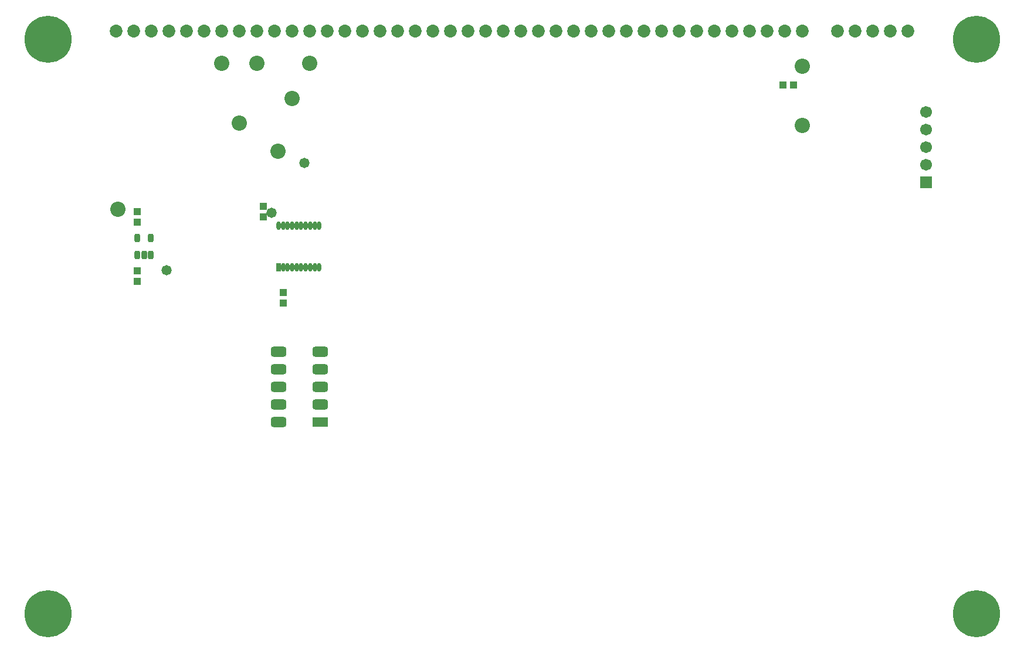
<source format=gts>
%FSLAX23Y23*%
%MOIN*%
G70*
G01*
G75*
G04 Layer_Color=8388736*
G04:AMPARAMS|DCode=10|XSize=50mil|YSize=80mil|CornerRadius=13mil|HoleSize=0mil|Usage=FLASHONLY|Rotation=90.000|XOffset=0mil|YOffset=0mil|HoleType=Round|Shape=RoundedRectangle|*
%AMROUNDEDRECTD10*
21,1,0.050,0.055,0,0,90.0*
21,1,0.025,0.080,0,0,90.0*
1,1,0.025,0.028,0.013*
1,1,0.025,0.028,-0.013*
1,1,0.025,-0.028,-0.013*
1,1,0.025,-0.028,0.013*
%
%ADD10ROUNDEDRECTD10*%
%ADD11R,0.080X0.050*%
%ADD12O,0.018X0.041*%
%ADD13R,0.018X0.041*%
G04:AMPARAMS|DCode=14|XSize=35mil|YSize=35mil|CornerRadius=5mil|HoleSize=0mil|Usage=FLASHONLY|Rotation=0.000|XOffset=0mil|YOffset=0mil|HoleType=Round|Shape=RoundedRectangle|*
%AMROUNDEDRECTD14*
21,1,0.035,0.025,0,0,0.0*
21,1,0.025,0.035,0,0,0.0*
1,1,0.011,0.012,-0.012*
1,1,0.011,-0.012,-0.012*
1,1,0.011,-0.012,0.012*
1,1,0.011,0.012,0.012*
%
%ADD14ROUNDEDRECTD14*%
G04:AMPARAMS|DCode=15|XSize=35mil|YSize=35mil|CornerRadius=5mil|HoleSize=0mil|Usage=FLASHONLY|Rotation=90.000|XOffset=0mil|YOffset=0mil|HoleType=Round|Shape=RoundedRectangle|*
%AMROUNDEDRECTD15*
21,1,0.035,0.025,0,0,90.0*
21,1,0.025,0.035,0,0,90.0*
1,1,0.011,0.012,0.012*
1,1,0.011,0.012,-0.012*
1,1,0.011,-0.012,-0.012*
1,1,0.011,-0.012,0.012*
%
%ADD15ROUNDEDRECTD15*%
G04:AMPARAMS|DCode=16|XSize=24mil|YSize=39mil|CornerRadius=6mil|HoleSize=0mil|Usage=FLASHONLY|Rotation=0.000|XOffset=0mil|YOffset=0mil|HoleType=Round|Shape=RoundedRectangle|*
%AMROUNDEDRECTD16*
21,1,0.024,0.028,0,0,0.0*
21,1,0.012,0.039,0,0,0.0*
1,1,0.012,0.006,-0.014*
1,1,0.012,-0.006,-0.014*
1,1,0.012,-0.006,0.014*
1,1,0.012,0.006,0.014*
%
%ADD16ROUNDEDRECTD16*%
%ADD17C,0.010*%
%ADD18C,0.015*%
%ADD19C,0.079*%
%ADD20C,0.065*%
%ADD21C,0.260*%
%ADD22C,0.059*%
%ADD23R,0.059X0.059*%
%ADD24C,0.050*%
%ADD25C,0.008*%
%ADD26C,0.005*%
G04:AMPARAMS|DCode=27|XSize=58mil|YSize=88mil|CornerRadius=17mil|HoleSize=0mil|Usage=FLASHONLY|Rotation=90.000|XOffset=0mil|YOffset=0mil|HoleType=Round|Shape=RoundedRectangle|*
%AMROUNDEDRECTD27*
21,1,0.058,0.055,0,0,90.0*
21,1,0.025,0.088,0,0,90.0*
1,1,0.033,0.028,0.013*
1,1,0.033,0.028,-0.013*
1,1,0.033,-0.028,-0.013*
1,1,0.033,-0.028,0.013*
%
%ADD27ROUNDEDRECTD27*%
%ADD28R,0.088X0.058*%
%ADD29O,0.026X0.049*%
%ADD30R,0.026X0.049*%
G04:AMPARAMS|DCode=31|XSize=43mil|YSize=43mil|CornerRadius=9mil|HoleSize=0mil|Usage=FLASHONLY|Rotation=0.000|XOffset=0mil|YOffset=0mil|HoleType=Round|Shape=RoundedRectangle|*
%AMROUNDEDRECTD31*
21,1,0.043,0.025,0,0,0.0*
21,1,0.025,0.043,0,0,0.0*
1,1,0.019,0.012,-0.012*
1,1,0.019,-0.012,-0.012*
1,1,0.019,-0.012,0.012*
1,1,0.019,0.012,0.012*
%
%ADD31ROUNDEDRECTD31*%
G04:AMPARAMS|DCode=32|XSize=43mil|YSize=43mil|CornerRadius=9mil|HoleSize=0mil|Usage=FLASHONLY|Rotation=90.000|XOffset=0mil|YOffset=0mil|HoleType=Round|Shape=RoundedRectangle|*
%AMROUNDEDRECTD32*
21,1,0.043,0.025,0,0,90.0*
21,1,0.025,0.043,0,0,90.0*
1,1,0.019,0.012,0.012*
1,1,0.019,0.012,-0.012*
1,1,0.019,-0.012,-0.012*
1,1,0.019,-0.012,0.012*
%
%ADD32ROUNDEDRECTD32*%
G04:AMPARAMS|DCode=33|XSize=32mil|YSize=47mil|CornerRadius=10mil|HoleSize=0mil|Usage=FLASHONLY|Rotation=0.000|XOffset=0mil|YOffset=0mil|HoleType=Round|Shape=RoundedRectangle|*
%AMROUNDEDRECTD33*
21,1,0.032,0.028,0,0,0.0*
21,1,0.012,0.047,0,0,0.0*
1,1,0.020,0.006,-0.014*
1,1,0.020,-0.006,-0.014*
1,1,0.020,-0.006,0.014*
1,1,0.020,0.006,0.014*
%
%ADD33ROUNDEDRECTD33*%
%ADD34C,0.087*%
%ADD35C,0.073*%
%ADD36C,0.268*%
%ADD37C,0.067*%
%ADD38R,0.067X0.067*%
%ADD39C,0.058*%
D27*
X3365Y3280D02*
D03*
Y3380D02*
D03*
Y3480D02*
D03*
Y3580D02*
D03*
Y3680D02*
D03*
X3600D02*
D03*
Y3580D02*
D03*
Y3480D02*
D03*
Y3380D02*
D03*
D28*
Y3280D02*
D03*
D29*
X3493Y4398D02*
D03*
X3467D02*
D03*
X3442D02*
D03*
X3416D02*
D03*
X3390D02*
D03*
X3365D02*
D03*
X3518D02*
D03*
X3544D02*
D03*
X3570D02*
D03*
X3595D02*
D03*
Y4162D02*
D03*
X3570D02*
D03*
X3544D02*
D03*
X3518D02*
D03*
X3493D02*
D03*
X3467D02*
D03*
X3442D02*
D03*
X3416D02*
D03*
X3390D02*
D03*
D30*
X3365D02*
D03*
D31*
X3277Y4508D02*
D03*
Y4448D02*
D03*
X3390Y3958D02*
D03*
Y4018D02*
D03*
X2563Y4479D02*
D03*
Y4419D02*
D03*
Y4082D02*
D03*
Y4142D02*
D03*
D32*
X6233Y5196D02*
D03*
X6293D02*
D03*
D33*
X2563Y4329D02*
D03*
X2637D02*
D03*
Y4231D02*
D03*
X2600Y4231D02*
D03*
X2563Y4231D02*
D03*
D34*
X2450Y4490D02*
D03*
X6342Y4968D02*
D03*
Y5303D02*
D03*
X3360Y4820D02*
D03*
X3140Y4980D02*
D03*
X3040Y5320D02*
D03*
X3240D02*
D03*
X3440Y5120D02*
D03*
X3540Y5320D02*
D03*
D35*
X6341Y5505D02*
D03*
X6841D02*
D03*
X6941D02*
D03*
X6741D02*
D03*
X6641D02*
D03*
X6541D02*
D03*
X6241D02*
D03*
X6141D02*
D03*
X6041D02*
D03*
X5941D02*
D03*
X5841D02*
D03*
X5741D02*
D03*
X5641D02*
D03*
X5541D02*
D03*
X5441D02*
D03*
X5341D02*
D03*
X5241D02*
D03*
X5141D02*
D03*
X5041D02*
D03*
X4941D02*
D03*
X4841D02*
D03*
X4741D02*
D03*
X4641D02*
D03*
X4541D02*
D03*
X4441D02*
D03*
X4341D02*
D03*
X4241D02*
D03*
X4141D02*
D03*
X4041D02*
D03*
X3941D02*
D03*
X3841D02*
D03*
X3741D02*
D03*
X3641D02*
D03*
X3541D02*
D03*
X3441D02*
D03*
X3341D02*
D03*
X3241D02*
D03*
X3141D02*
D03*
X3041D02*
D03*
X2941D02*
D03*
X2841D02*
D03*
X2741D02*
D03*
X2641D02*
D03*
X2541D02*
D03*
X2441D02*
D03*
D36*
X2054Y5458D02*
D03*
X7330D02*
D03*
X2054Y2190D02*
D03*
X7330D02*
D03*
D37*
X7045Y5045D02*
D03*
Y4945D02*
D03*
Y4845D02*
D03*
Y4745D02*
D03*
D38*
Y4645D02*
D03*
D39*
X2728Y4143D02*
D03*
X3324Y4470D02*
D03*
X3512Y4754D02*
D03*
M02*

</source>
